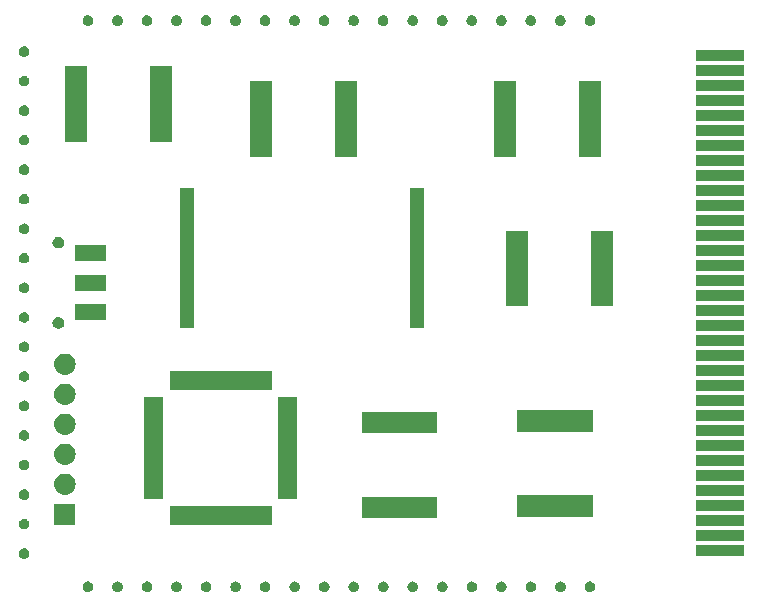
<source format=gts>
G04 #@! TF.GenerationSoftware,KiCad,Pcbnew,5.1.2-f72e74a~84~ubuntu16.04.1*
G04 #@! TF.CreationDate,2019-06-15T11:53:25+02:00*
G04 #@! TF.ProjectId,sakura,73616b75-7261-42e6-9b69-6361645f7063,2.1.2019*
G04 #@! TF.SameCoordinates,Original*
G04 #@! TF.FileFunction,Soldermask,Top*
G04 #@! TF.FilePolarity,Negative*
%FSLAX46Y46*%
G04 Gerber Fmt 4.6, Leading zero omitted, Abs format (unit mm)*
G04 Created by KiCad (PCBNEW 5.1.2-f72e74a~84~ubuntu16.04.1) date 2019-06-15 11:53:25*
%MOMM*%
%LPD*%
G04 APERTURE LIST*
%ADD10C,0.100000*%
G04 APERTURE END LIST*
D10*
G36*
X123065709Y-130237083D02*
G01*
X123147605Y-130271005D01*
X123221308Y-130320252D01*
X123283988Y-130382932D01*
X123333235Y-130456635D01*
X123367157Y-130538531D01*
X123384450Y-130625468D01*
X123384450Y-130714112D01*
X123367157Y-130801049D01*
X123333235Y-130882945D01*
X123283988Y-130956648D01*
X123221308Y-131019328D01*
X123147605Y-131068575D01*
X123065709Y-131102497D01*
X122978772Y-131119790D01*
X122890128Y-131119790D01*
X122803191Y-131102497D01*
X122721295Y-131068575D01*
X122647592Y-131019328D01*
X122584912Y-130956648D01*
X122535665Y-130882945D01*
X122501743Y-130801049D01*
X122484450Y-130714112D01*
X122484450Y-130625468D01*
X122501743Y-130538531D01*
X122518705Y-130497582D01*
X122535665Y-130456635D01*
X122584912Y-130382932D01*
X122647592Y-130320252D01*
X122721295Y-130271005D01*
X122803191Y-130237083D01*
X122890128Y-130219790D01*
X122978772Y-130219790D01*
X123065709Y-130237083D01*
X123065709Y-130237083D01*
G37*
G36*
X165565709Y-130237083D02*
G01*
X165647605Y-130271005D01*
X165721308Y-130320252D01*
X165783988Y-130382932D01*
X165833235Y-130456635D01*
X165867157Y-130538531D01*
X165884450Y-130625468D01*
X165884450Y-130714112D01*
X165867157Y-130801049D01*
X165833235Y-130882945D01*
X165783988Y-130956648D01*
X165721308Y-131019328D01*
X165647605Y-131068575D01*
X165565709Y-131102497D01*
X165478772Y-131119790D01*
X165390128Y-131119790D01*
X165303191Y-131102497D01*
X165221295Y-131068575D01*
X165147592Y-131019328D01*
X165084912Y-130956648D01*
X165035665Y-130882945D01*
X165001743Y-130801049D01*
X164984450Y-130714112D01*
X164984450Y-130625468D01*
X165001743Y-130538531D01*
X165018705Y-130497582D01*
X165035665Y-130456635D01*
X165084912Y-130382932D01*
X165147592Y-130320252D01*
X165221295Y-130271005D01*
X165303191Y-130237083D01*
X165390128Y-130219790D01*
X165478772Y-130219790D01*
X165565709Y-130237083D01*
X165565709Y-130237083D01*
G37*
G36*
X160565709Y-130237083D02*
G01*
X160647605Y-130271005D01*
X160721308Y-130320252D01*
X160783988Y-130382932D01*
X160833235Y-130456635D01*
X160867157Y-130538531D01*
X160884450Y-130625468D01*
X160884450Y-130714112D01*
X160867157Y-130801049D01*
X160833235Y-130882945D01*
X160783988Y-130956648D01*
X160721308Y-131019328D01*
X160647605Y-131068575D01*
X160565709Y-131102497D01*
X160478772Y-131119790D01*
X160390128Y-131119790D01*
X160303191Y-131102497D01*
X160221295Y-131068575D01*
X160147592Y-131019328D01*
X160084912Y-130956648D01*
X160035665Y-130882945D01*
X160001743Y-130801049D01*
X159984450Y-130714112D01*
X159984450Y-130625468D01*
X160001743Y-130538531D01*
X160018705Y-130497582D01*
X160035665Y-130456635D01*
X160084912Y-130382932D01*
X160147592Y-130320252D01*
X160221295Y-130271005D01*
X160303191Y-130237083D01*
X160390128Y-130219790D01*
X160478772Y-130219790D01*
X160565709Y-130237083D01*
X160565709Y-130237083D01*
G37*
G36*
X158065709Y-130237083D02*
G01*
X158147605Y-130271005D01*
X158221308Y-130320252D01*
X158283988Y-130382932D01*
X158333235Y-130456635D01*
X158367157Y-130538531D01*
X158384450Y-130625468D01*
X158384450Y-130714112D01*
X158367157Y-130801049D01*
X158333235Y-130882945D01*
X158283988Y-130956648D01*
X158221308Y-131019328D01*
X158147605Y-131068575D01*
X158065709Y-131102497D01*
X157978772Y-131119790D01*
X157890128Y-131119790D01*
X157803191Y-131102497D01*
X157721295Y-131068575D01*
X157647592Y-131019328D01*
X157584912Y-130956648D01*
X157535665Y-130882945D01*
X157501743Y-130801049D01*
X157484450Y-130714112D01*
X157484450Y-130625468D01*
X157501743Y-130538531D01*
X157518705Y-130497582D01*
X157535665Y-130456635D01*
X157584912Y-130382932D01*
X157647592Y-130320252D01*
X157721295Y-130271005D01*
X157803191Y-130237083D01*
X157890128Y-130219790D01*
X157978772Y-130219790D01*
X158065709Y-130237083D01*
X158065709Y-130237083D01*
G37*
G36*
X155565709Y-130237083D02*
G01*
X155647605Y-130271005D01*
X155721308Y-130320252D01*
X155783988Y-130382932D01*
X155833235Y-130456635D01*
X155867157Y-130538531D01*
X155884450Y-130625468D01*
X155884450Y-130714112D01*
X155867157Y-130801049D01*
X155833235Y-130882945D01*
X155783988Y-130956648D01*
X155721308Y-131019328D01*
X155647605Y-131068575D01*
X155565709Y-131102497D01*
X155478772Y-131119790D01*
X155390128Y-131119790D01*
X155303191Y-131102497D01*
X155221295Y-131068575D01*
X155147592Y-131019328D01*
X155084912Y-130956648D01*
X155035665Y-130882945D01*
X155001743Y-130801049D01*
X154984450Y-130714112D01*
X154984450Y-130625468D01*
X155001743Y-130538531D01*
X155018705Y-130497582D01*
X155035665Y-130456635D01*
X155084912Y-130382932D01*
X155147592Y-130320252D01*
X155221295Y-130271005D01*
X155303191Y-130237083D01*
X155390128Y-130219790D01*
X155478772Y-130219790D01*
X155565709Y-130237083D01*
X155565709Y-130237083D01*
G37*
G36*
X153065709Y-130237083D02*
G01*
X153147605Y-130271005D01*
X153221308Y-130320252D01*
X153283988Y-130382932D01*
X153333235Y-130456635D01*
X153367157Y-130538531D01*
X153384450Y-130625468D01*
X153384450Y-130714112D01*
X153367157Y-130801049D01*
X153333235Y-130882945D01*
X153283988Y-130956648D01*
X153221308Y-131019328D01*
X153147605Y-131068575D01*
X153065709Y-131102497D01*
X152978772Y-131119790D01*
X152890128Y-131119790D01*
X152803191Y-131102497D01*
X152721295Y-131068575D01*
X152647592Y-131019328D01*
X152584912Y-130956648D01*
X152535665Y-130882945D01*
X152501743Y-130801049D01*
X152484450Y-130714112D01*
X152484450Y-130625468D01*
X152501743Y-130538531D01*
X152518705Y-130497582D01*
X152535665Y-130456635D01*
X152584912Y-130382932D01*
X152647592Y-130320252D01*
X152721295Y-130271005D01*
X152803191Y-130237083D01*
X152890128Y-130219790D01*
X152978772Y-130219790D01*
X153065709Y-130237083D01*
X153065709Y-130237083D01*
G37*
G36*
X150565709Y-130237083D02*
G01*
X150647605Y-130271005D01*
X150721308Y-130320252D01*
X150783988Y-130382932D01*
X150833235Y-130456635D01*
X150867157Y-130538531D01*
X150884450Y-130625468D01*
X150884450Y-130714112D01*
X150867157Y-130801049D01*
X150833235Y-130882945D01*
X150783988Y-130956648D01*
X150721308Y-131019328D01*
X150647605Y-131068575D01*
X150565709Y-131102497D01*
X150478772Y-131119790D01*
X150390128Y-131119790D01*
X150303191Y-131102497D01*
X150221295Y-131068575D01*
X150147592Y-131019328D01*
X150084912Y-130956648D01*
X150035665Y-130882945D01*
X150001743Y-130801049D01*
X149984450Y-130714112D01*
X149984450Y-130625468D01*
X150001743Y-130538531D01*
X150018705Y-130497582D01*
X150035665Y-130456635D01*
X150084912Y-130382932D01*
X150147592Y-130320252D01*
X150221295Y-130271005D01*
X150303191Y-130237083D01*
X150390128Y-130219790D01*
X150478772Y-130219790D01*
X150565709Y-130237083D01*
X150565709Y-130237083D01*
G37*
G36*
X148065709Y-130237083D02*
G01*
X148147605Y-130271005D01*
X148221308Y-130320252D01*
X148283988Y-130382932D01*
X148333235Y-130456635D01*
X148367157Y-130538531D01*
X148384450Y-130625468D01*
X148384450Y-130714112D01*
X148367157Y-130801049D01*
X148333235Y-130882945D01*
X148283988Y-130956648D01*
X148221308Y-131019328D01*
X148147605Y-131068575D01*
X148065709Y-131102497D01*
X147978772Y-131119790D01*
X147890128Y-131119790D01*
X147803191Y-131102497D01*
X147721295Y-131068575D01*
X147647592Y-131019328D01*
X147584912Y-130956648D01*
X147535665Y-130882945D01*
X147501743Y-130801049D01*
X147484450Y-130714112D01*
X147484450Y-130625468D01*
X147501743Y-130538531D01*
X147518705Y-130497582D01*
X147535665Y-130456635D01*
X147584912Y-130382932D01*
X147647592Y-130320252D01*
X147721295Y-130271005D01*
X147803191Y-130237083D01*
X147890128Y-130219790D01*
X147978772Y-130219790D01*
X148065709Y-130237083D01*
X148065709Y-130237083D01*
G37*
G36*
X145565709Y-130237083D02*
G01*
X145647605Y-130271005D01*
X145721308Y-130320252D01*
X145783988Y-130382932D01*
X145833235Y-130456635D01*
X145867157Y-130538531D01*
X145884450Y-130625468D01*
X145884450Y-130714112D01*
X145867157Y-130801049D01*
X145833235Y-130882945D01*
X145783988Y-130956648D01*
X145721308Y-131019328D01*
X145647605Y-131068575D01*
X145565709Y-131102497D01*
X145478772Y-131119790D01*
X145390128Y-131119790D01*
X145303191Y-131102497D01*
X145221295Y-131068575D01*
X145147592Y-131019328D01*
X145084912Y-130956648D01*
X145035665Y-130882945D01*
X145001743Y-130801049D01*
X144984450Y-130714112D01*
X144984450Y-130625468D01*
X145001743Y-130538531D01*
X145018705Y-130497582D01*
X145035665Y-130456635D01*
X145084912Y-130382932D01*
X145147592Y-130320252D01*
X145221295Y-130271005D01*
X145303191Y-130237083D01*
X145390128Y-130219790D01*
X145478772Y-130219790D01*
X145565709Y-130237083D01*
X145565709Y-130237083D01*
G37*
G36*
X163065709Y-130237083D02*
G01*
X163147605Y-130271005D01*
X163221308Y-130320252D01*
X163283988Y-130382932D01*
X163333235Y-130456635D01*
X163367157Y-130538531D01*
X163384450Y-130625468D01*
X163384450Y-130714112D01*
X163367157Y-130801049D01*
X163333235Y-130882945D01*
X163283988Y-130956648D01*
X163221308Y-131019328D01*
X163147605Y-131068575D01*
X163065709Y-131102497D01*
X162978772Y-131119790D01*
X162890128Y-131119790D01*
X162803191Y-131102497D01*
X162721295Y-131068575D01*
X162647592Y-131019328D01*
X162584912Y-130956648D01*
X162535665Y-130882945D01*
X162501743Y-130801049D01*
X162484450Y-130714112D01*
X162484450Y-130625468D01*
X162501743Y-130538531D01*
X162518705Y-130497582D01*
X162535665Y-130456635D01*
X162584912Y-130382932D01*
X162647592Y-130320252D01*
X162721295Y-130271005D01*
X162803191Y-130237083D01*
X162890128Y-130219790D01*
X162978772Y-130219790D01*
X163065709Y-130237083D01*
X163065709Y-130237083D01*
G37*
G36*
X140565709Y-130237083D02*
G01*
X140647605Y-130271005D01*
X140721308Y-130320252D01*
X140783988Y-130382932D01*
X140833235Y-130456635D01*
X140867157Y-130538531D01*
X140884450Y-130625468D01*
X140884450Y-130714112D01*
X140867157Y-130801049D01*
X140833235Y-130882945D01*
X140783988Y-130956648D01*
X140721308Y-131019328D01*
X140647605Y-131068575D01*
X140565709Y-131102497D01*
X140478772Y-131119790D01*
X140390128Y-131119790D01*
X140303191Y-131102497D01*
X140221295Y-131068575D01*
X140147592Y-131019328D01*
X140084912Y-130956648D01*
X140035665Y-130882945D01*
X140001743Y-130801049D01*
X139984450Y-130714112D01*
X139984450Y-130625468D01*
X140001743Y-130538531D01*
X140018705Y-130497582D01*
X140035665Y-130456635D01*
X140084912Y-130382932D01*
X140147592Y-130320252D01*
X140221295Y-130271005D01*
X140303191Y-130237083D01*
X140390128Y-130219790D01*
X140478772Y-130219790D01*
X140565709Y-130237083D01*
X140565709Y-130237083D01*
G37*
G36*
X143065709Y-130237083D02*
G01*
X143147605Y-130271005D01*
X143221308Y-130320252D01*
X143283988Y-130382932D01*
X143333235Y-130456635D01*
X143367157Y-130538531D01*
X143384450Y-130625468D01*
X143384450Y-130714112D01*
X143367157Y-130801049D01*
X143333235Y-130882945D01*
X143283988Y-130956648D01*
X143221308Y-131019328D01*
X143147605Y-131068575D01*
X143065709Y-131102497D01*
X142978772Y-131119790D01*
X142890128Y-131119790D01*
X142803191Y-131102497D01*
X142721295Y-131068575D01*
X142647592Y-131019328D01*
X142584912Y-130956648D01*
X142535665Y-130882945D01*
X142501743Y-130801049D01*
X142484450Y-130714112D01*
X142484450Y-130625468D01*
X142501743Y-130538531D01*
X142518705Y-130497582D01*
X142535665Y-130456635D01*
X142584912Y-130382932D01*
X142647592Y-130320252D01*
X142721295Y-130271005D01*
X142803191Y-130237083D01*
X142890128Y-130219790D01*
X142978772Y-130219790D01*
X143065709Y-130237083D01*
X143065709Y-130237083D01*
G37*
G36*
X125565709Y-130237083D02*
G01*
X125647605Y-130271005D01*
X125721308Y-130320252D01*
X125783988Y-130382932D01*
X125833235Y-130456635D01*
X125867157Y-130538531D01*
X125884450Y-130625468D01*
X125884450Y-130714112D01*
X125867157Y-130801049D01*
X125833235Y-130882945D01*
X125783988Y-130956648D01*
X125721308Y-131019328D01*
X125647605Y-131068575D01*
X125565709Y-131102497D01*
X125478772Y-131119790D01*
X125390128Y-131119790D01*
X125303191Y-131102497D01*
X125221295Y-131068575D01*
X125147592Y-131019328D01*
X125084912Y-130956648D01*
X125035665Y-130882945D01*
X125001743Y-130801049D01*
X124984450Y-130714112D01*
X124984450Y-130625468D01*
X125001743Y-130538531D01*
X125018705Y-130497582D01*
X125035665Y-130456635D01*
X125084912Y-130382932D01*
X125147592Y-130320252D01*
X125221295Y-130271005D01*
X125303191Y-130237083D01*
X125390128Y-130219790D01*
X125478772Y-130219790D01*
X125565709Y-130237083D01*
X125565709Y-130237083D01*
G37*
G36*
X128065709Y-130237083D02*
G01*
X128147605Y-130271005D01*
X128221308Y-130320252D01*
X128283988Y-130382932D01*
X128333235Y-130456635D01*
X128367157Y-130538531D01*
X128384450Y-130625468D01*
X128384450Y-130714112D01*
X128367157Y-130801049D01*
X128333235Y-130882945D01*
X128283988Y-130956648D01*
X128221308Y-131019328D01*
X128147605Y-131068575D01*
X128065709Y-131102497D01*
X127978772Y-131119790D01*
X127890128Y-131119790D01*
X127803191Y-131102497D01*
X127721295Y-131068575D01*
X127647592Y-131019328D01*
X127584912Y-130956648D01*
X127535665Y-130882945D01*
X127501743Y-130801049D01*
X127484450Y-130714112D01*
X127484450Y-130625468D01*
X127501743Y-130538531D01*
X127518705Y-130497582D01*
X127535665Y-130456635D01*
X127584912Y-130382932D01*
X127647592Y-130320252D01*
X127721295Y-130271005D01*
X127803191Y-130237083D01*
X127890128Y-130219790D01*
X127978772Y-130219790D01*
X128065709Y-130237083D01*
X128065709Y-130237083D01*
G37*
G36*
X130565709Y-130237083D02*
G01*
X130647605Y-130271005D01*
X130721308Y-130320252D01*
X130783988Y-130382932D01*
X130833235Y-130456635D01*
X130867157Y-130538531D01*
X130884450Y-130625468D01*
X130884450Y-130714112D01*
X130867157Y-130801049D01*
X130833235Y-130882945D01*
X130783988Y-130956648D01*
X130721308Y-131019328D01*
X130647605Y-131068575D01*
X130565709Y-131102497D01*
X130478772Y-131119790D01*
X130390128Y-131119790D01*
X130303191Y-131102497D01*
X130221295Y-131068575D01*
X130147592Y-131019328D01*
X130084912Y-130956648D01*
X130035665Y-130882945D01*
X130001743Y-130801049D01*
X129984450Y-130714112D01*
X129984450Y-130625468D01*
X130001743Y-130538531D01*
X130018705Y-130497582D01*
X130035665Y-130456635D01*
X130084912Y-130382932D01*
X130147592Y-130320252D01*
X130221295Y-130271005D01*
X130303191Y-130237083D01*
X130390128Y-130219790D01*
X130478772Y-130219790D01*
X130565709Y-130237083D01*
X130565709Y-130237083D01*
G37*
G36*
X135565709Y-130237083D02*
G01*
X135647605Y-130271005D01*
X135721308Y-130320252D01*
X135783988Y-130382932D01*
X135833235Y-130456635D01*
X135867157Y-130538531D01*
X135884450Y-130625468D01*
X135884450Y-130714112D01*
X135867157Y-130801049D01*
X135833235Y-130882945D01*
X135783988Y-130956648D01*
X135721308Y-131019328D01*
X135647605Y-131068575D01*
X135565709Y-131102497D01*
X135478772Y-131119790D01*
X135390128Y-131119790D01*
X135303191Y-131102497D01*
X135221295Y-131068575D01*
X135147592Y-131019328D01*
X135084912Y-130956648D01*
X135035665Y-130882945D01*
X135001743Y-130801049D01*
X134984450Y-130714112D01*
X134984450Y-130625468D01*
X135001743Y-130538531D01*
X135018705Y-130497582D01*
X135035665Y-130456635D01*
X135084912Y-130382932D01*
X135147592Y-130320252D01*
X135221295Y-130271005D01*
X135303191Y-130237083D01*
X135390128Y-130219790D01*
X135478772Y-130219790D01*
X135565709Y-130237083D01*
X135565709Y-130237083D01*
G37*
G36*
X138065709Y-130237083D02*
G01*
X138147605Y-130271005D01*
X138221308Y-130320252D01*
X138283988Y-130382932D01*
X138333235Y-130456635D01*
X138367157Y-130538531D01*
X138384450Y-130625468D01*
X138384450Y-130714112D01*
X138367157Y-130801049D01*
X138333235Y-130882945D01*
X138283988Y-130956648D01*
X138221308Y-131019328D01*
X138147605Y-131068575D01*
X138065709Y-131102497D01*
X137978772Y-131119790D01*
X137890128Y-131119790D01*
X137803191Y-131102497D01*
X137721295Y-131068575D01*
X137647592Y-131019328D01*
X137584912Y-130956648D01*
X137535665Y-130882945D01*
X137501743Y-130801049D01*
X137484450Y-130714112D01*
X137484450Y-130625468D01*
X137501743Y-130538531D01*
X137518705Y-130497582D01*
X137535665Y-130456635D01*
X137584912Y-130382932D01*
X137647592Y-130320252D01*
X137721295Y-130271005D01*
X137803191Y-130237083D01*
X137890128Y-130219790D01*
X137978772Y-130219790D01*
X138065709Y-130237083D01*
X138065709Y-130237083D01*
G37*
G36*
X133065709Y-130237083D02*
G01*
X133147605Y-130271005D01*
X133221308Y-130320252D01*
X133283988Y-130382932D01*
X133333235Y-130456635D01*
X133367157Y-130538531D01*
X133384450Y-130625468D01*
X133384450Y-130714112D01*
X133367157Y-130801049D01*
X133333235Y-130882945D01*
X133283988Y-130956648D01*
X133221308Y-131019328D01*
X133147605Y-131068575D01*
X133065709Y-131102497D01*
X132978772Y-131119790D01*
X132890128Y-131119790D01*
X132803191Y-131102497D01*
X132721295Y-131068575D01*
X132647592Y-131019328D01*
X132584912Y-130956648D01*
X132535665Y-130882945D01*
X132501743Y-130801049D01*
X132484450Y-130714112D01*
X132484450Y-130625468D01*
X132501743Y-130538531D01*
X132518705Y-130497582D01*
X132535665Y-130456635D01*
X132584912Y-130382932D01*
X132647592Y-130320252D01*
X132721295Y-130271005D01*
X132803191Y-130237083D01*
X132890128Y-130219790D01*
X132978772Y-130219790D01*
X133065709Y-130237083D01*
X133065709Y-130237083D01*
G37*
G36*
X117655709Y-127427083D02*
G01*
X117696658Y-127444045D01*
X117737605Y-127461005D01*
X117811308Y-127510252D01*
X117873988Y-127572932D01*
X117923235Y-127646635D01*
X117940195Y-127687582D01*
X117957157Y-127728531D01*
X117974450Y-127815468D01*
X117974450Y-127904112D01*
X117957157Y-127991049D01*
X117923235Y-128072945D01*
X117873988Y-128146648D01*
X117811308Y-128209328D01*
X117737605Y-128258575D01*
X117696658Y-128275535D01*
X117655709Y-128292497D01*
X117568772Y-128309790D01*
X117480128Y-128309790D01*
X117393191Y-128292497D01*
X117352242Y-128275535D01*
X117311295Y-128258575D01*
X117237592Y-128209328D01*
X117174912Y-128146648D01*
X117125665Y-128072945D01*
X117108705Y-128031998D01*
X117091743Y-127991049D01*
X117074450Y-127904112D01*
X117074450Y-127815468D01*
X117091743Y-127728531D01*
X117108705Y-127687582D01*
X117125665Y-127646635D01*
X117174912Y-127572932D01*
X117237592Y-127510252D01*
X117311295Y-127461005D01*
X117352242Y-127444045D01*
X117393191Y-127427083D01*
X117480128Y-127409790D01*
X117568772Y-127409790D01*
X117655709Y-127427083D01*
X117655709Y-127427083D01*
G37*
G36*
X178514550Y-128043450D02*
G01*
X174414550Y-128043450D01*
X174414550Y-127143450D01*
X178514550Y-127143450D01*
X178514550Y-128043450D01*
X178514550Y-128043450D01*
G37*
G36*
X178514550Y-126773450D02*
G01*
X174414550Y-126773450D01*
X174414550Y-125873450D01*
X178514550Y-125873450D01*
X178514550Y-126773450D01*
X178514550Y-126773450D01*
G37*
G36*
X117655709Y-124927083D02*
G01*
X117696658Y-124944045D01*
X117737605Y-124961005D01*
X117811308Y-125010252D01*
X117873988Y-125072932D01*
X117923235Y-125146635D01*
X117940195Y-125187582D01*
X117957157Y-125228531D01*
X117974450Y-125315468D01*
X117974450Y-125404112D01*
X117957157Y-125491049D01*
X117952020Y-125503450D01*
X117923235Y-125572945D01*
X117873988Y-125646648D01*
X117811308Y-125709328D01*
X117737605Y-125758575D01*
X117696658Y-125775535D01*
X117655709Y-125792497D01*
X117568772Y-125809790D01*
X117480128Y-125809790D01*
X117393191Y-125792497D01*
X117352242Y-125775535D01*
X117311295Y-125758575D01*
X117237592Y-125709328D01*
X117174912Y-125646648D01*
X117125665Y-125572945D01*
X117096880Y-125503450D01*
X117091743Y-125491049D01*
X117074450Y-125404112D01*
X117074450Y-125315468D01*
X117091743Y-125228531D01*
X117108705Y-125187582D01*
X117125665Y-125146635D01*
X117174912Y-125072932D01*
X117237592Y-125010252D01*
X117311295Y-124961005D01*
X117352242Y-124944045D01*
X117393191Y-124927083D01*
X117480128Y-124909790D01*
X117568772Y-124909790D01*
X117655709Y-124927083D01*
X117655709Y-124927083D01*
G37*
G36*
X178514550Y-125503450D02*
G01*
X174414550Y-125503450D01*
X174414550Y-124603450D01*
X178514550Y-124603450D01*
X178514550Y-125503450D01*
X178514550Y-125503450D01*
G37*
G36*
X121874300Y-125449940D02*
G01*
X120074300Y-125449940D01*
X120074300Y-123649940D01*
X121874300Y-123649940D01*
X121874300Y-125449940D01*
X121874300Y-125449940D01*
G37*
G36*
X138489300Y-125419940D02*
G01*
X129839300Y-125419940D01*
X129839300Y-123819940D01*
X138489300Y-123819940D01*
X138489300Y-125419940D01*
X138489300Y-125419940D01*
G37*
G36*
X152504300Y-124894940D02*
G01*
X146104300Y-124894940D01*
X146104300Y-123044940D01*
X152504300Y-123044940D01*
X152504300Y-124894940D01*
X152504300Y-124894940D01*
G37*
G36*
X165684300Y-124764940D02*
G01*
X159284300Y-124764940D01*
X159284300Y-122914940D01*
X165684300Y-122914940D01*
X165684300Y-124764940D01*
X165684300Y-124764940D01*
G37*
G36*
X178514550Y-124233450D02*
G01*
X174414550Y-124233450D01*
X174414550Y-123333450D01*
X178514550Y-123333450D01*
X178514550Y-124233450D01*
X178514550Y-124233450D01*
G37*
G36*
X117655709Y-122427083D02*
G01*
X117737605Y-122461005D01*
X117811308Y-122510252D01*
X117873988Y-122572932D01*
X117923235Y-122646635D01*
X117924386Y-122649415D01*
X117957157Y-122728531D01*
X117974450Y-122815468D01*
X117974450Y-122904112D01*
X117957157Y-122991049D01*
X117923235Y-123072945D01*
X117873988Y-123146648D01*
X117811308Y-123209328D01*
X117737605Y-123258575D01*
X117655709Y-123292497D01*
X117568772Y-123309790D01*
X117480128Y-123309790D01*
X117393191Y-123292497D01*
X117311295Y-123258575D01*
X117237592Y-123209328D01*
X117174912Y-123146648D01*
X117125665Y-123072945D01*
X117091743Y-122991049D01*
X117074450Y-122904112D01*
X117074450Y-122815468D01*
X117091743Y-122728531D01*
X117124514Y-122649415D01*
X117125665Y-122646635D01*
X117174912Y-122572932D01*
X117237592Y-122510252D01*
X117311295Y-122461005D01*
X117393191Y-122427083D01*
X117480128Y-122409790D01*
X117568772Y-122409790D01*
X117655709Y-122427083D01*
X117655709Y-122427083D01*
G37*
G36*
X140664300Y-123244940D02*
G01*
X139064300Y-123244940D01*
X139064300Y-114594940D01*
X140664300Y-114594940D01*
X140664300Y-123244940D01*
X140664300Y-123244940D01*
G37*
G36*
X129264300Y-123244940D02*
G01*
X127664300Y-123244940D01*
X127664300Y-114594940D01*
X129264300Y-114594940D01*
X129264300Y-123244940D01*
X129264300Y-123244940D01*
G37*
G36*
X178514550Y-122963450D02*
G01*
X174414550Y-122963450D01*
X174414550Y-122063450D01*
X178514550Y-122063450D01*
X178514550Y-122963450D01*
X178514550Y-122963450D01*
G37*
G36*
X121150727Y-121122962D02*
G01*
X121150730Y-121122963D01*
X121150731Y-121122963D01*
X121320381Y-121174426D01*
X121320383Y-121174427D01*
X121320386Y-121174428D01*
X121476731Y-121257996D01*
X121613775Y-121370465D01*
X121726244Y-121507509D01*
X121809812Y-121663854D01*
X121861278Y-121833513D01*
X121878654Y-122009940D01*
X121861278Y-122186367D01*
X121809812Y-122356026D01*
X121726244Y-122512371D01*
X121613775Y-122649415D01*
X121476731Y-122761884D01*
X121320386Y-122845452D01*
X121320383Y-122845453D01*
X121320381Y-122845454D01*
X121150731Y-122896917D01*
X121150730Y-122896917D01*
X121150727Y-122896918D01*
X121018511Y-122909940D01*
X120930089Y-122909940D01*
X120797873Y-122896918D01*
X120797870Y-122896917D01*
X120797869Y-122896917D01*
X120628219Y-122845454D01*
X120628217Y-122845453D01*
X120628214Y-122845452D01*
X120471869Y-122761884D01*
X120334825Y-122649415D01*
X120222356Y-122512371D01*
X120138788Y-122356026D01*
X120087322Y-122186367D01*
X120069946Y-122009940D01*
X120087322Y-121833513D01*
X120138788Y-121663854D01*
X120222356Y-121507509D01*
X120334825Y-121370465D01*
X120471869Y-121257996D01*
X120628214Y-121174428D01*
X120628217Y-121174427D01*
X120628219Y-121174426D01*
X120797869Y-121122963D01*
X120797870Y-121122963D01*
X120797873Y-121122962D01*
X120930089Y-121109940D01*
X121018511Y-121109940D01*
X121150727Y-121122962D01*
X121150727Y-121122962D01*
G37*
G36*
X178514550Y-121693450D02*
G01*
X174414550Y-121693450D01*
X174414550Y-120793450D01*
X178514550Y-120793450D01*
X178514550Y-121693450D01*
X178514550Y-121693450D01*
G37*
G36*
X117655709Y-119927083D02*
G01*
X117737605Y-119961005D01*
X117811308Y-120010252D01*
X117873988Y-120072932D01*
X117923235Y-120146635D01*
X117957157Y-120228531D01*
X117974450Y-120315468D01*
X117974450Y-120404112D01*
X117957157Y-120491049D01*
X117940195Y-120531998D01*
X117923235Y-120572945D01*
X117873988Y-120646648D01*
X117811308Y-120709328D01*
X117737605Y-120758575D01*
X117655709Y-120792497D01*
X117568772Y-120809790D01*
X117480128Y-120809790D01*
X117393191Y-120792497D01*
X117311295Y-120758575D01*
X117237592Y-120709328D01*
X117174912Y-120646648D01*
X117125665Y-120572945D01*
X117108705Y-120531998D01*
X117091743Y-120491049D01*
X117074450Y-120404112D01*
X117074450Y-120315468D01*
X117091743Y-120228531D01*
X117125665Y-120146635D01*
X117174912Y-120072932D01*
X117237592Y-120010252D01*
X117311295Y-119961005D01*
X117393191Y-119927083D01*
X117480128Y-119909790D01*
X117568772Y-119909790D01*
X117655709Y-119927083D01*
X117655709Y-119927083D01*
G37*
G36*
X178514550Y-120423450D02*
G01*
X174414550Y-120423450D01*
X174414550Y-119523450D01*
X178514550Y-119523450D01*
X178514550Y-120423450D01*
X178514550Y-120423450D01*
G37*
G36*
X121150727Y-118582962D02*
G01*
X121150730Y-118582963D01*
X121150731Y-118582963D01*
X121320381Y-118634426D01*
X121320383Y-118634427D01*
X121320386Y-118634428D01*
X121476731Y-118717996D01*
X121613775Y-118830465D01*
X121726244Y-118967509D01*
X121809812Y-119123854D01*
X121809813Y-119123857D01*
X121809814Y-119123859D01*
X121861277Y-119293509D01*
X121861278Y-119293513D01*
X121878654Y-119469940D01*
X121861278Y-119646367D01*
X121809812Y-119816026D01*
X121726244Y-119972371D01*
X121613775Y-120109415D01*
X121476731Y-120221884D01*
X121320386Y-120305452D01*
X121320383Y-120305453D01*
X121320381Y-120305454D01*
X121150731Y-120356917D01*
X121150730Y-120356917D01*
X121150727Y-120356918D01*
X121018511Y-120369940D01*
X120930089Y-120369940D01*
X120797873Y-120356918D01*
X120797870Y-120356917D01*
X120797869Y-120356917D01*
X120628219Y-120305454D01*
X120628217Y-120305453D01*
X120628214Y-120305452D01*
X120471869Y-120221884D01*
X120334825Y-120109415D01*
X120222356Y-119972371D01*
X120138788Y-119816026D01*
X120087322Y-119646367D01*
X120069946Y-119469940D01*
X120087322Y-119293513D01*
X120087323Y-119293509D01*
X120138786Y-119123859D01*
X120138787Y-119123857D01*
X120138788Y-119123854D01*
X120222356Y-118967509D01*
X120334825Y-118830465D01*
X120471869Y-118717996D01*
X120628214Y-118634428D01*
X120628217Y-118634427D01*
X120628219Y-118634426D01*
X120797869Y-118582963D01*
X120797870Y-118582963D01*
X120797873Y-118582962D01*
X120930089Y-118569940D01*
X121018511Y-118569940D01*
X121150727Y-118582962D01*
X121150727Y-118582962D01*
G37*
G36*
X178514550Y-119153450D02*
G01*
X174414550Y-119153450D01*
X174414550Y-118253450D01*
X178514550Y-118253450D01*
X178514550Y-119153450D01*
X178514550Y-119153450D01*
G37*
G36*
X117655709Y-117427083D02*
G01*
X117696658Y-117444045D01*
X117737605Y-117461005D01*
X117811308Y-117510252D01*
X117873988Y-117572932D01*
X117923235Y-117646635D01*
X117937835Y-117681883D01*
X117957157Y-117728531D01*
X117974450Y-117815468D01*
X117974450Y-117904112D01*
X117957157Y-117991049D01*
X117940195Y-118031998D01*
X117923235Y-118072945D01*
X117873988Y-118146648D01*
X117811308Y-118209328D01*
X117737605Y-118258575D01*
X117696658Y-118275535D01*
X117655709Y-118292497D01*
X117568772Y-118309790D01*
X117480128Y-118309790D01*
X117393191Y-118292497D01*
X117352242Y-118275535D01*
X117311295Y-118258575D01*
X117237592Y-118209328D01*
X117174912Y-118146648D01*
X117125665Y-118072945D01*
X117108705Y-118031998D01*
X117091743Y-117991049D01*
X117074450Y-117904112D01*
X117074450Y-117815468D01*
X117091743Y-117728531D01*
X117111065Y-117681883D01*
X117125665Y-117646635D01*
X117174912Y-117572932D01*
X117237592Y-117510252D01*
X117311295Y-117461005D01*
X117352242Y-117444045D01*
X117393191Y-117427083D01*
X117480128Y-117409790D01*
X117568772Y-117409790D01*
X117655709Y-117427083D01*
X117655709Y-117427083D01*
G37*
G36*
X178514550Y-117883450D02*
G01*
X174414550Y-117883450D01*
X174414550Y-116983450D01*
X178514550Y-116983450D01*
X178514550Y-117883450D01*
X178514550Y-117883450D01*
G37*
G36*
X121150727Y-116042962D02*
G01*
X121150730Y-116042963D01*
X121150731Y-116042963D01*
X121320381Y-116094426D01*
X121320383Y-116094427D01*
X121320386Y-116094428D01*
X121476731Y-116177996D01*
X121613775Y-116290465D01*
X121726244Y-116427509D01*
X121809812Y-116583854D01*
X121861278Y-116753513D01*
X121878654Y-116929940D01*
X121861278Y-117106367D01*
X121809812Y-117276026D01*
X121726244Y-117432371D01*
X121613775Y-117569415D01*
X121476731Y-117681884D01*
X121320386Y-117765452D01*
X121320383Y-117765453D01*
X121320381Y-117765454D01*
X121150731Y-117816917D01*
X121150730Y-117816917D01*
X121150727Y-117816918D01*
X121018511Y-117829940D01*
X120930089Y-117829940D01*
X120797873Y-117816918D01*
X120797870Y-117816917D01*
X120797869Y-117816917D01*
X120628219Y-117765454D01*
X120628217Y-117765453D01*
X120628214Y-117765452D01*
X120471869Y-117681884D01*
X120334825Y-117569415D01*
X120222356Y-117432371D01*
X120138788Y-117276026D01*
X120087322Y-117106367D01*
X120069946Y-116929940D01*
X120087322Y-116753513D01*
X120138788Y-116583854D01*
X120222356Y-116427509D01*
X120334825Y-116290465D01*
X120471869Y-116177996D01*
X120628214Y-116094428D01*
X120628217Y-116094427D01*
X120628219Y-116094426D01*
X120797869Y-116042963D01*
X120797870Y-116042963D01*
X120797873Y-116042962D01*
X120930089Y-116029940D01*
X121018511Y-116029940D01*
X121150727Y-116042962D01*
X121150727Y-116042962D01*
G37*
G36*
X152504300Y-117694940D02*
G01*
X146104300Y-117694940D01*
X146104300Y-115844940D01*
X152504300Y-115844940D01*
X152504300Y-117694940D01*
X152504300Y-117694940D01*
G37*
G36*
X165684300Y-117564940D02*
G01*
X159284300Y-117564940D01*
X159284300Y-115714940D01*
X165684300Y-115714940D01*
X165684300Y-117564940D01*
X165684300Y-117564940D01*
G37*
G36*
X178514550Y-116613450D02*
G01*
X174414550Y-116613450D01*
X174414550Y-115713450D01*
X178514550Y-115713450D01*
X178514550Y-116613450D01*
X178514550Y-116613450D01*
G37*
G36*
X117655709Y-114927083D02*
G01*
X117737605Y-114961005D01*
X117811308Y-115010252D01*
X117873988Y-115072932D01*
X117923235Y-115146635D01*
X117957157Y-115228531D01*
X117974450Y-115315468D01*
X117974450Y-115404112D01*
X117957157Y-115491049D01*
X117940195Y-115531998D01*
X117923235Y-115572945D01*
X117873988Y-115646648D01*
X117811308Y-115709328D01*
X117737605Y-115758575D01*
X117655709Y-115792497D01*
X117568772Y-115809790D01*
X117480128Y-115809790D01*
X117393191Y-115792497D01*
X117311295Y-115758575D01*
X117237592Y-115709328D01*
X117174912Y-115646648D01*
X117125665Y-115572945D01*
X117108705Y-115531998D01*
X117091743Y-115491049D01*
X117074450Y-115404112D01*
X117074450Y-115315468D01*
X117091743Y-115228531D01*
X117125665Y-115146635D01*
X117174912Y-115072932D01*
X117237592Y-115010252D01*
X117311295Y-114961005D01*
X117393191Y-114927083D01*
X117480128Y-114909790D01*
X117568772Y-114909790D01*
X117655709Y-114927083D01*
X117655709Y-114927083D01*
G37*
G36*
X178514550Y-115343450D02*
G01*
X174414550Y-115343450D01*
X174414550Y-114443450D01*
X178514550Y-114443450D01*
X178514550Y-115343450D01*
X178514550Y-115343450D01*
G37*
G36*
X121150727Y-113502962D02*
G01*
X121150730Y-113502963D01*
X121150731Y-113502963D01*
X121320381Y-113554426D01*
X121320383Y-113554427D01*
X121320386Y-113554428D01*
X121476731Y-113637996D01*
X121613775Y-113750465D01*
X121726244Y-113887509D01*
X121809812Y-114043854D01*
X121861278Y-114213513D01*
X121878654Y-114389940D01*
X121861278Y-114566367D01*
X121861277Y-114566370D01*
X121861277Y-114566371D01*
X121852611Y-114594940D01*
X121809812Y-114736026D01*
X121726244Y-114892371D01*
X121613775Y-115029415D01*
X121476731Y-115141884D01*
X121320386Y-115225452D01*
X121320383Y-115225453D01*
X121320381Y-115225454D01*
X121150731Y-115276917D01*
X121150730Y-115276917D01*
X121150727Y-115276918D01*
X121018511Y-115289940D01*
X120930089Y-115289940D01*
X120797873Y-115276918D01*
X120797870Y-115276917D01*
X120797869Y-115276917D01*
X120628219Y-115225454D01*
X120628217Y-115225453D01*
X120628214Y-115225452D01*
X120471869Y-115141884D01*
X120334825Y-115029415D01*
X120222356Y-114892371D01*
X120138788Y-114736026D01*
X120095990Y-114594940D01*
X120087323Y-114566371D01*
X120087323Y-114566370D01*
X120087322Y-114566367D01*
X120069946Y-114389940D01*
X120087322Y-114213513D01*
X120138788Y-114043854D01*
X120222356Y-113887509D01*
X120334825Y-113750465D01*
X120471869Y-113637996D01*
X120628214Y-113554428D01*
X120628217Y-113554427D01*
X120628219Y-113554426D01*
X120797869Y-113502963D01*
X120797870Y-113502963D01*
X120797873Y-113502962D01*
X120930089Y-113489940D01*
X121018511Y-113489940D01*
X121150727Y-113502962D01*
X121150727Y-113502962D01*
G37*
G36*
X178514550Y-114073450D02*
G01*
X174414550Y-114073450D01*
X174414550Y-113173450D01*
X178514550Y-113173450D01*
X178514550Y-114073450D01*
X178514550Y-114073450D01*
G37*
G36*
X138489300Y-114019940D02*
G01*
X129839300Y-114019940D01*
X129839300Y-112419940D01*
X138489300Y-112419940D01*
X138489300Y-114019940D01*
X138489300Y-114019940D01*
G37*
G36*
X117655709Y-112427083D02*
G01*
X117737605Y-112461005D01*
X117811308Y-112510252D01*
X117873988Y-112572932D01*
X117923235Y-112646635D01*
X117939313Y-112685452D01*
X117957157Y-112728531D01*
X117974450Y-112815468D01*
X117974450Y-112904112D01*
X117957157Y-112991049D01*
X117923235Y-113072945D01*
X117873988Y-113146648D01*
X117811308Y-113209328D01*
X117737605Y-113258575D01*
X117696658Y-113275535D01*
X117655709Y-113292497D01*
X117568772Y-113309790D01*
X117480128Y-113309790D01*
X117393191Y-113292497D01*
X117352242Y-113275535D01*
X117311295Y-113258575D01*
X117237592Y-113209328D01*
X117174912Y-113146648D01*
X117125665Y-113072945D01*
X117091743Y-112991049D01*
X117074450Y-112904112D01*
X117074450Y-112815468D01*
X117091743Y-112728531D01*
X117109587Y-112685452D01*
X117125665Y-112646635D01*
X117174912Y-112572932D01*
X117237592Y-112510252D01*
X117311295Y-112461005D01*
X117393191Y-112427083D01*
X117480128Y-112409790D01*
X117568772Y-112409790D01*
X117655709Y-112427083D01*
X117655709Y-112427083D01*
G37*
G36*
X178514550Y-112803450D02*
G01*
X174414550Y-112803450D01*
X174414550Y-111903450D01*
X178514550Y-111903450D01*
X178514550Y-112803450D01*
X178514550Y-112803450D01*
G37*
G36*
X121150727Y-110962962D02*
G01*
X121150730Y-110962963D01*
X121150731Y-110962963D01*
X121320381Y-111014426D01*
X121320383Y-111014427D01*
X121320386Y-111014428D01*
X121476731Y-111097996D01*
X121613775Y-111210465D01*
X121726244Y-111347509D01*
X121809812Y-111503854D01*
X121861278Y-111673513D01*
X121878654Y-111849940D01*
X121861278Y-112026367D01*
X121809812Y-112196026D01*
X121726244Y-112352371D01*
X121613775Y-112489415D01*
X121476731Y-112601884D01*
X121320386Y-112685452D01*
X121320383Y-112685453D01*
X121320381Y-112685454D01*
X121150731Y-112736917D01*
X121150730Y-112736917D01*
X121150727Y-112736918D01*
X121018511Y-112749940D01*
X120930089Y-112749940D01*
X120797873Y-112736918D01*
X120797870Y-112736917D01*
X120797869Y-112736917D01*
X120628219Y-112685454D01*
X120628217Y-112685453D01*
X120628214Y-112685452D01*
X120471869Y-112601884D01*
X120334825Y-112489415D01*
X120222356Y-112352371D01*
X120138788Y-112196026D01*
X120087322Y-112026367D01*
X120069946Y-111849940D01*
X120087322Y-111673513D01*
X120138788Y-111503854D01*
X120222356Y-111347509D01*
X120334825Y-111210465D01*
X120471869Y-111097996D01*
X120628214Y-111014428D01*
X120628217Y-111014427D01*
X120628219Y-111014426D01*
X120797869Y-110962963D01*
X120797870Y-110962963D01*
X120797873Y-110962962D01*
X120930089Y-110949940D01*
X121018511Y-110949940D01*
X121150727Y-110962962D01*
X121150727Y-110962962D01*
G37*
G36*
X178514550Y-111533450D02*
G01*
X174414550Y-111533450D01*
X174414550Y-110633450D01*
X178514550Y-110633450D01*
X178514550Y-111533450D01*
X178514550Y-111533450D01*
G37*
G36*
X117655709Y-109927083D02*
G01*
X117696658Y-109944045D01*
X117737605Y-109961005D01*
X117811308Y-110010252D01*
X117873988Y-110072932D01*
X117923235Y-110146635D01*
X117957157Y-110228531D01*
X117974450Y-110315468D01*
X117974450Y-110404112D01*
X117957157Y-110491049D01*
X117923235Y-110572945D01*
X117873988Y-110646648D01*
X117811308Y-110709328D01*
X117737605Y-110758575D01*
X117655709Y-110792497D01*
X117568772Y-110809790D01*
X117480128Y-110809790D01*
X117393191Y-110792497D01*
X117352242Y-110775535D01*
X117311295Y-110758575D01*
X117237592Y-110709328D01*
X117174912Y-110646648D01*
X117125665Y-110572945D01*
X117091743Y-110491049D01*
X117074450Y-110404112D01*
X117074450Y-110315468D01*
X117091743Y-110228531D01*
X117125665Y-110146635D01*
X117174912Y-110072932D01*
X117237592Y-110010252D01*
X117311295Y-109961005D01*
X117393191Y-109927083D01*
X117480128Y-109909790D01*
X117568772Y-109909790D01*
X117655709Y-109927083D01*
X117655709Y-109927083D01*
G37*
G36*
X178514550Y-110263450D02*
G01*
X174414550Y-110263450D01*
X174414550Y-109363450D01*
X178514550Y-109363450D01*
X178514550Y-110263450D01*
X178514550Y-110263450D01*
G37*
G36*
X178514550Y-108993450D02*
G01*
X174414550Y-108993450D01*
X174414550Y-108093450D01*
X178514550Y-108093450D01*
X178514550Y-108993450D01*
X178514550Y-108993450D01*
G37*
G36*
X120566293Y-107851004D02*
G01*
X120566296Y-107851005D01*
X120566295Y-107851005D01*
X120657289Y-107888696D01*
X120739181Y-107943415D01*
X120808825Y-108013059D01*
X120848841Y-108072946D01*
X120863545Y-108094953D01*
X120901236Y-108185947D01*
X120920450Y-108282543D01*
X120920450Y-108381037D01*
X120901236Y-108477633D01*
X120901235Y-108477635D01*
X120863544Y-108568629D01*
X120808825Y-108650521D01*
X120739181Y-108720165D01*
X120657289Y-108774884D01*
X120657288Y-108774885D01*
X120657287Y-108774885D01*
X120566293Y-108812576D01*
X120469697Y-108831790D01*
X120371203Y-108831790D01*
X120274607Y-108812576D01*
X120183613Y-108774885D01*
X120183612Y-108774885D01*
X120183611Y-108774884D01*
X120101719Y-108720165D01*
X120032075Y-108650521D01*
X119977356Y-108568629D01*
X119939665Y-108477635D01*
X119939664Y-108477633D01*
X119920450Y-108381037D01*
X119920450Y-108282543D01*
X119939664Y-108185947D01*
X119977355Y-108094953D01*
X119992060Y-108072946D01*
X120032075Y-108013059D01*
X120101719Y-107943415D01*
X120183611Y-107888696D01*
X120274605Y-107851005D01*
X120274604Y-107851005D01*
X120274607Y-107851004D01*
X120371203Y-107831790D01*
X120469697Y-107831790D01*
X120566293Y-107851004D01*
X120566293Y-107851004D01*
G37*
G36*
X151394300Y-108804940D02*
G01*
X150194300Y-108804940D01*
X150194300Y-96954940D01*
X151394300Y-96954940D01*
X151394300Y-108804940D01*
X151394300Y-108804940D01*
G37*
G36*
X131894300Y-108804940D02*
G01*
X130694300Y-108804940D01*
X130694300Y-96954940D01*
X131894300Y-96954940D01*
X131894300Y-108804940D01*
X131894300Y-108804940D01*
G37*
G36*
X117655709Y-107427083D02*
G01*
X117737605Y-107461005D01*
X117811308Y-107510252D01*
X117873988Y-107572932D01*
X117923235Y-107646635D01*
X117957157Y-107728531D01*
X117974450Y-107815468D01*
X117974450Y-107904112D01*
X117957157Y-107991049D01*
X117923235Y-108072945D01*
X117873988Y-108146648D01*
X117811308Y-108209328D01*
X117737605Y-108258575D01*
X117696658Y-108275535D01*
X117655709Y-108292497D01*
X117568772Y-108309790D01*
X117480128Y-108309790D01*
X117393191Y-108292497D01*
X117352242Y-108275535D01*
X117311295Y-108258575D01*
X117237592Y-108209328D01*
X117174912Y-108146648D01*
X117125665Y-108072945D01*
X117108705Y-108031998D01*
X117091743Y-107991049D01*
X117074450Y-107904112D01*
X117074450Y-107815468D01*
X117091743Y-107728531D01*
X117125665Y-107646635D01*
X117174912Y-107572932D01*
X117237592Y-107510252D01*
X117311295Y-107461005D01*
X117393191Y-107427083D01*
X117480128Y-107409790D01*
X117568772Y-107409790D01*
X117655709Y-107427083D01*
X117655709Y-107427083D01*
G37*
G36*
X124470450Y-108106790D02*
G01*
X121870450Y-108106790D01*
X121870450Y-106756790D01*
X124470450Y-106756790D01*
X124470450Y-108106790D01*
X124470450Y-108106790D01*
G37*
G36*
X178514550Y-107723450D02*
G01*
X174414550Y-107723450D01*
X174414550Y-106823450D01*
X178514550Y-106823450D01*
X178514550Y-107723450D01*
X178514550Y-107723450D01*
G37*
G36*
X160199300Y-106929940D02*
G01*
X158349300Y-106929940D01*
X158349300Y-100529940D01*
X160199300Y-100529940D01*
X160199300Y-106929940D01*
X160199300Y-106929940D01*
G37*
G36*
X167399300Y-106929940D02*
G01*
X165549300Y-106929940D01*
X165549300Y-100529940D01*
X167399300Y-100529940D01*
X167399300Y-106929940D01*
X167399300Y-106929940D01*
G37*
G36*
X178514550Y-106453450D02*
G01*
X174414550Y-106453450D01*
X174414550Y-105553450D01*
X178514550Y-105553450D01*
X178514550Y-106453450D01*
X178514550Y-106453450D01*
G37*
G36*
X117655709Y-104927083D02*
G01*
X117737605Y-104961005D01*
X117811308Y-105010252D01*
X117873988Y-105072932D01*
X117923235Y-105146635D01*
X117938484Y-105183450D01*
X117957157Y-105228531D01*
X117974450Y-105315468D01*
X117974450Y-105404112D01*
X117957157Y-105491049D01*
X117940195Y-105531998D01*
X117923235Y-105572945D01*
X117873988Y-105646648D01*
X117811308Y-105709328D01*
X117737605Y-105758575D01*
X117696658Y-105775535D01*
X117655709Y-105792497D01*
X117568772Y-105809790D01*
X117480128Y-105809790D01*
X117393191Y-105792497D01*
X117311295Y-105758575D01*
X117237592Y-105709328D01*
X117174912Y-105646648D01*
X117125665Y-105572945D01*
X117108705Y-105531998D01*
X117091743Y-105491049D01*
X117074450Y-105404112D01*
X117074450Y-105315468D01*
X117091743Y-105228531D01*
X117110416Y-105183450D01*
X117125665Y-105146635D01*
X117174912Y-105072932D01*
X117237592Y-105010252D01*
X117311295Y-104961005D01*
X117393191Y-104927083D01*
X117480128Y-104909790D01*
X117568772Y-104909790D01*
X117655709Y-104927083D01*
X117655709Y-104927083D01*
G37*
G36*
X124470450Y-105606790D02*
G01*
X121870450Y-105606790D01*
X121870450Y-104256790D01*
X124470450Y-104256790D01*
X124470450Y-105606790D01*
X124470450Y-105606790D01*
G37*
G36*
X178514550Y-105183450D02*
G01*
X174414550Y-105183450D01*
X174414550Y-104283450D01*
X178514550Y-104283450D01*
X178514550Y-105183450D01*
X178514550Y-105183450D01*
G37*
G36*
X178514550Y-103913450D02*
G01*
X174414550Y-103913450D01*
X174414550Y-103013450D01*
X178514550Y-103013450D01*
X178514550Y-103913450D01*
X178514550Y-103913450D01*
G37*
G36*
X117655709Y-102427083D02*
G01*
X117696658Y-102444045D01*
X117737605Y-102461005D01*
X117811308Y-102510252D01*
X117873988Y-102572932D01*
X117923235Y-102646635D01*
X117940195Y-102687582D01*
X117957157Y-102728531D01*
X117974450Y-102815468D01*
X117974450Y-102904112D01*
X117957157Y-102991049D01*
X117947878Y-103013450D01*
X117923235Y-103072945D01*
X117873988Y-103146648D01*
X117811308Y-103209328D01*
X117737605Y-103258575D01*
X117655709Y-103292497D01*
X117568772Y-103309790D01*
X117480128Y-103309790D01*
X117393191Y-103292497D01*
X117352242Y-103275535D01*
X117311295Y-103258575D01*
X117237592Y-103209328D01*
X117174912Y-103146648D01*
X117125665Y-103072945D01*
X117101022Y-103013450D01*
X117091743Y-102991049D01*
X117074450Y-102904112D01*
X117074450Y-102815468D01*
X117091743Y-102728531D01*
X117108705Y-102687582D01*
X117125665Y-102646635D01*
X117174912Y-102572932D01*
X117237592Y-102510252D01*
X117311295Y-102461005D01*
X117352242Y-102444045D01*
X117393191Y-102427083D01*
X117480128Y-102409790D01*
X117568772Y-102409790D01*
X117655709Y-102427083D01*
X117655709Y-102427083D01*
G37*
G36*
X124470450Y-103106790D02*
G01*
X121870450Y-103106790D01*
X121870450Y-101756790D01*
X124470450Y-101756790D01*
X124470450Y-103106790D01*
X124470450Y-103106790D01*
G37*
G36*
X178514550Y-102643450D02*
G01*
X174414550Y-102643450D01*
X174414550Y-101743450D01*
X178514550Y-101743450D01*
X178514550Y-102643450D01*
X178514550Y-102643450D01*
G37*
G36*
X120566293Y-101051004D02*
G01*
X120657287Y-101088695D01*
X120657289Y-101088696D01*
X120698513Y-101116241D01*
X120739180Y-101143414D01*
X120808826Y-101213060D01*
X120863545Y-101294953D01*
X120901236Y-101385947D01*
X120920450Y-101482543D01*
X120920450Y-101581037D01*
X120901236Y-101677633D01*
X120868448Y-101756790D01*
X120863544Y-101768629D01*
X120808825Y-101850521D01*
X120739181Y-101920165D01*
X120657289Y-101974884D01*
X120657288Y-101974885D01*
X120657287Y-101974885D01*
X120566293Y-102012576D01*
X120469697Y-102031790D01*
X120371203Y-102031790D01*
X120274607Y-102012576D01*
X120183613Y-101974885D01*
X120183612Y-101974885D01*
X120183611Y-101974884D01*
X120101719Y-101920165D01*
X120032075Y-101850521D01*
X119977356Y-101768629D01*
X119972452Y-101756790D01*
X119939664Y-101677633D01*
X119920450Y-101581037D01*
X119920450Y-101482543D01*
X119939664Y-101385947D01*
X119977355Y-101294953D01*
X120032074Y-101213060D01*
X120101720Y-101143414D01*
X120142387Y-101116241D01*
X120183611Y-101088696D01*
X120183613Y-101088695D01*
X120274607Y-101051004D01*
X120371203Y-101031790D01*
X120469697Y-101031790D01*
X120566293Y-101051004D01*
X120566293Y-101051004D01*
G37*
G36*
X178514550Y-101373450D02*
G01*
X174414550Y-101373450D01*
X174414550Y-100473450D01*
X178514550Y-100473450D01*
X178514550Y-101373450D01*
X178514550Y-101373450D01*
G37*
G36*
X117655709Y-99927083D02*
G01*
X117737605Y-99961005D01*
X117811308Y-100010252D01*
X117873988Y-100072932D01*
X117923235Y-100146635D01*
X117940195Y-100187582D01*
X117957157Y-100228531D01*
X117974450Y-100315468D01*
X117974450Y-100404112D01*
X117957157Y-100491049D01*
X117941048Y-100529940D01*
X117923235Y-100572945D01*
X117873988Y-100646648D01*
X117811308Y-100709328D01*
X117737605Y-100758575D01*
X117655709Y-100792497D01*
X117568772Y-100809790D01*
X117480128Y-100809790D01*
X117393191Y-100792497D01*
X117311295Y-100758575D01*
X117237592Y-100709328D01*
X117174912Y-100646648D01*
X117125665Y-100572945D01*
X117107852Y-100529940D01*
X117091743Y-100491049D01*
X117074450Y-100404112D01*
X117074450Y-100315468D01*
X117091743Y-100228531D01*
X117108705Y-100187582D01*
X117125665Y-100146635D01*
X117174912Y-100072932D01*
X117237592Y-100010252D01*
X117311295Y-99961005D01*
X117352242Y-99944045D01*
X117393191Y-99927083D01*
X117480128Y-99909790D01*
X117568772Y-99909790D01*
X117655709Y-99927083D01*
X117655709Y-99927083D01*
G37*
G36*
X178514550Y-100103450D02*
G01*
X174414550Y-100103450D01*
X174414550Y-99203450D01*
X178514550Y-99203450D01*
X178514550Y-100103450D01*
X178514550Y-100103450D01*
G37*
G36*
X178514550Y-98833450D02*
G01*
X174414550Y-98833450D01*
X174414550Y-97933450D01*
X178514550Y-97933450D01*
X178514550Y-98833450D01*
X178514550Y-98833450D01*
G37*
G36*
X117655709Y-97427083D02*
G01*
X117696658Y-97444045D01*
X117737605Y-97461005D01*
X117811308Y-97510252D01*
X117873988Y-97572932D01*
X117923235Y-97646635D01*
X117957157Y-97728531D01*
X117974450Y-97815468D01*
X117974450Y-97904112D01*
X117957157Y-97991049D01*
X117923235Y-98072945D01*
X117873988Y-98146648D01*
X117811308Y-98209328D01*
X117737605Y-98258575D01*
X117655709Y-98292497D01*
X117568772Y-98309790D01*
X117480128Y-98309790D01*
X117393191Y-98292497D01*
X117311295Y-98258575D01*
X117237592Y-98209328D01*
X117174912Y-98146648D01*
X117125665Y-98072945D01*
X117091743Y-97991049D01*
X117074450Y-97904112D01*
X117074450Y-97815468D01*
X117091743Y-97728531D01*
X117108705Y-97687582D01*
X117125665Y-97646635D01*
X117174912Y-97572932D01*
X117237592Y-97510252D01*
X117311295Y-97461005D01*
X117352242Y-97444045D01*
X117393191Y-97427083D01*
X117480128Y-97409790D01*
X117568772Y-97409790D01*
X117655709Y-97427083D01*
X117655709Y-97427083D01*
G37*
G36*
X178514550Y-97563450D02*
G01*
X174414550Y-97563450D01*
X174414550Y-96663450D01*
X178514550Y-96663450D01*
X178514550Y-97563450D01*
X178514550Y-97563450D01*
G37*
G36*
X178514550Y-96293450D02*
G01*
X174414550Y-96293450D01*
X174414550Y-95393450D01*
X178514550Y-95393450D01*
X178514550Y-96293450D01*
X178514550Y-96293450D01*
G37*
G36*
X117655709Y-94927083D02*
G01*
X117737605Y-94961005D01*
X117811308Y-95010252D01*
X117873988Y-95072932D01*
X117923235Y-95146635D01*
X117940195Y-95187582D01*
X117957157Y-95228531D01*
X117974450Y-95315468D01*
X117974450Y-95404112D01*
X117957157Y-95491049D01*
X117923235Y-95572945D01*
X117873988Y-95646648D01*
X117811308Y-95709328D01*
X117737605Y-95758575D01*
X117696658Y-95775535D01*
X117655709Y-95792497D01*
X117568772Y-95809790D01*
X117480128Y-95809790D01*
X117393191Y-95792497D01*
X117311295Y-95758575D01*
X117237592Y-95709328D01*
X117174912Y-95646648D01*
X117125665Y-95572945D01*
X117091743Y-95491049D01*
X117074450Y-95404112D01*
X117074450Y-95315468D01*
X117091743Y-95228531D01*
X117108705Y-95187582D01*
X117125665Y-95146635D01*
X117174912Y-95072932D01*
X117237592Y-95010252D01*
X117311295Y-94961005D01*
X117393191Y-94927083D01*
X117480128Y-94909790D01*
X117568772Y-94909790D01*
X117655709Y-94927083D01*
X117655709Y-94927083D01*
G37*
G36*
X178514550Y-95023450D02*
G01*
X174414550Y-95023450D01*
X174414550Y-94123450D01*
X178514550Y-94123450D01*
X178514550Y-95023450D01*
X178514550Y-95023450D01*
G37*
G36*
X138479300Y-94279940D02*
G01*
X136629300Y-94279940D01*
X136629300Y-87879940D01*
X138479300Y-87879940D01*
X138479300Y-94279940D01*
X138479300Y-94279940D01*
G37*
G36*
X145679300Y-94279940D02*
G01*
X143829300Y-94279940D01*
X143829300Y-87879940D01*
X145679300Y-87879940D01*
X145679300Y-94279940D01*
X145679300Y-94279940D01*
G37*
G36*
X159159300Y-94279940D02*
G01*
X157309300Y-94279940D01*
X157309300Y-87879940D01*
X159159300Y-87879940D01*
X159159300Y-94279940D01*
X159159300Y-94279940D01*
G37*
G36*
X166359300Y-94279940D02*
G01*
X164509300Y-94279940D01*
X164509300Y-87879940D01*
X166359300Y-87879940D01*
X166359300Y-94279940D01*
X166359300Y-94279940D01*
G37*
G36*
X178514550Y-93753450D02*
G01*
X174414550Y-93753450D01*
X174414550Y-92853450D01*
X178514550Y-92853450D01*
X178514550Y-93753450D01*
X178514550Y-93753450D01*
G37*
G36*
X117655709Y-92427083D02*
G01*
X117686748Y-92439940D01*
X117737605Y-92461005D01*
X117811308Y-92510252D01*
X117873988Y-92572932D01*
X117923235Y-92646635D01*
X117957157Y-92728531D01*
X117974450Y-92815468D01*
X117974450Y-92904112D01*
X117957157Y-92991049D01*
X117940195Y-93031998D01*
X117923235Y-93072945D01*
X117873988Y-93146648D01*
X117811308Y-93209328D01*
X117737605Y-93258575D01*
X117655709Y-93292497D01*
X117568772Y-93309790D01*
X117480128Y-93309790D01*
X117393191Y-93292497D01*
X117311295Y-93258575D01*
X117237592Y-93209328D01*
X117174912Y-93146648D01*
X117125665Y-93072945D01*
X117091743Y-92991049D01*
X117074450Y-92904112D01*
X117074450Y-92815468D01*
X117091743Y-92728531D01*
X117125665Y-92646635D01*
X117174912Y-92572932D01*
X117237592Y-92510252D01*
X117311295Y-92461005D01*
X117362152Y-92439940D01*
X117393191Y-92427083D01*
X117480128Y-92409790D01*
X117568772Y-92409790D01*
X117655709Y-92427083D01*
X117655709Y-92427083D01*
G37*
G36*
X130009300Y-92989940D02*
G01*
X128159300Y-92989940D01*
X128159300Y-86589940D01*
X130009300Y-86589940D01*
X130009300Y-92989940D01*
X130009300Y-92989940D01*
G37*
G36*
X122809300Y-92989940D02*
G01*
X120959300Y-92989940D01*
X120959300Y-86589940D01*
X122809300Y-86589940D01*
X122809300Y-92989940D01*
X122809300Y-92989940D01*
G37*
G36*
X178514550Y-92483450D02*
G01*
X174414550Y-92483450D01*
X174414550Y-91583450D01*
X178514550Y-91583450D01*
X178514550Y-92483450D01*
X178514550Y-92483450D01*
G37*
G36*
X178514550Y-91213450D02*
G01*
X174414550Y-91213450D01*
X174414550Y-90313450D01*
X178514550Y-90313450D01*
X178514550Y-91213450D01*
X178514550Y-91213450D01*
G37*
G36*
X117655709Y-89927083D02*
G01*
X117695222Y-89943450D01*
X117737605Y-89961005D01*
X117811308Y-90010252D01*
X117873988Y-90072932D01*
X117923235Y-90146635D01*
X117940195Y-90187582D01*
X117957157Y-90228531D01*
X117974450Y-90315468D01*
X117974450Y-90404112D01*
X117957157Y-90491049D01*
X117940195Y-90531998D01*
X117923235Y-90572945D01*
X117873988Y-90646648D01*
X117811308Y-90709328D01*
X117737605Y-90758575D01*
X117655709Y-90792497D01*
X117568772Y-90809790D01*
X117480128Y-90809790D01*
X117393191Y-90792497D01*
X117311295Y-90758575D01*
X117237592Y-90709328D01*
X117174912Y-90646648D01*
X117125665Y-90572945D01*
X117108705Y-90531998D01*
X117091743Y-90491049D01*
X117074450Y-90404112D01*
X117074450Y-90315468D01*
X117091743Y-90228531D01*
X117108705Y-90187582D01*
X117125665Y-90146635D01*
X117174912Y-90072932D01*
X117237592Y-90010252D01*
X117311295Y-89961005D01*
X117353678Y-89943450D01*
X117393191Y-89927083D01*
X117480128Y-89909790D01*
X117568772Y-89909790D01*
X117655709Y-89927083D01*
X117655709Y-89927083D01*
G37*
G36*
X178514550Y-89943450D02*
G01*
X174414550Y-89943450D01*
X174414550Y-89043450D01*
X178514550Y-89043450D01*
X178514550Y-89943450D01*
X178514550Y-89943450D01*
G37*
G36*
X178514550Y-88673450D02*
G01*
X174414550Y-88673450D01*
X174414550Y-87773450D01*
X178514550Y-87773450D01*
X178514550Y-88673450D01*
X178514550Y-88673450D01*
G37*
G36*
X117655709Y-87427083D02*
G01*
X117737605Y-87461005D01*
X117811308Y-87510252D01*
X117873988Y-87572932D01*
X117923235Y-87646635D01*
X117940195Y-87687582D01*
X117957157Y-87728531D01*
X117974450Y-87815468D01*
X117974450Y-87904112D01*
X117957157Y-87991049D01*
X117940195Y-88031998D01*
X117923235Y-88072945D01*
X117873988Y-88146648D01*
X117811308Y-88209328D01*
X117737605Y-88258575D01*
X117696658Y-88275535D01*
X117655709Y-88292497D01*
X117568772Y-88309790D01*
X117480128Y-88309790D01*
X117393191Y-88292497D01*
X117352242Y-88275535D01*
X117311295Y-88258575D01*
X117237592Y-88209328D01*
X117174912Y-88146648D01*
X117125665Y-88072945D01*
X117108705Y-88031998D01*
X117091743Y-87991049D01*
X117074450Y-87904112D01*
X117074450Y-87815468D01*
X117091743Y-87728531D01*
X117108705Y-87687582D01*
X117125665Y-87646635D01*
X117174912Y-87572932D01*
X117237592Y-87510252D01*
X117311295Y-87461005D01*
X117393191Y-87427083D01*
X117480128Y-87409790D01*
X117568772Y-87409790D01*
X117655709Y-87427083D01*
X117655709Y-87427083D01*
G37*
G36*
X178514550Y-87403450D02*
G01*
X174414550Y-87403450D01*
X174414550Y-86503450D01*
X178514550Y-86503450D01*
X178514550Y-87403450D01*
X178514550Y-87403450D01*
G37*
G36*
X178514550Y-86133450D02*
G01*
X174414550Y-86133450D01*
X174414550Y-85233450D01*
X178514550Y-85233450D01*
X178514550Y-86133450D01*
X178514550Y-86133450D01*
G37*
G36*
X117655709Y-84927083D02*
G01*
X117737605Y-84961005D01*
X117811308Y-85010252D01*
X117873988Y-85072932D01*
X117923235Y-85146635D01*
X117940195Y-85187582D01*
X117957157Y-85228531D01*
X117974450Y-85315468D01*
X117974450Y-85404112D01*
X117957157Y-85491049D01*
X117940195Y-85531998D01*
X117923235Y-85572945D01*
X117873988Y-85646648D01*
X117811308Y-85709328D01*
X117737605Y-85758575D01*
X117696658Y-85775535D01*
X117655709Y-85792497D01*
X117568772Y-85809790D01*
X117480128Y-85809790D01*
X117393191Y-85792497D01*
X117352242Y-85775535D01*
X117311295Y-85758575D01*
X117237592Y-85709328D01*
X117174912Y-85646648D01*
X117125665Y-85572945D01*
X117108705Y-85531998D01*
X117091743Y-85491049D01*
X117074450Y-85404112D01*
X117074450Y-85315468D01*
X117091743Y-85228531D01*
X117108705Y-85187582D01*
X117125665Y-85146635D01*
X117174912Y-85072932D01*
X117237592Y-85010252D01*
X117311295Y-84961005D01*
X117393191Y-84927083D01*
X117480128Y-84909790D01*
X117568772Y-84909790D01*
X117655709Y-84927083D01*
X117655709Y-84927083D01*
G37*
G36*
X140555709Y-82307083D02*
G01*
X140637605Y-82341005D01*
X140711308Y-82390252D01*
X140773988Y-82452932D01*
X140823235Y-82526635D01*
X140857157Y-82608531D01*
X140874450Y-82695468D01*
X140874450Y-82784112D01*
X140857157Y-82871049D01*
X140840195Y-82911998D01*
X140823235Y-82952945D01*
X140773988Y-83026648D01*
X140711308Y-83089328D01*
X140637605Y-83138575D01*
X140555709Y-83172497D01*
X140468772Y-83189790D01*
X140380128Y-83189790D01*
X140293191Y-83172497D01*
X140252242Y-83155535D01*
X140211295Y-83138575D01*
X140137592Y-83089328D01*
X140074912Y-83026648D01*
X140025665Y-82952945D01*
X140008705Y-82911998D01*
X139991743Y-82871049D01*
X139974450Y-82784112D01*
X139974450Y-82695468D01*
X139991743Y-82608531D01*
X140025665Y-82526635D01*
X140074912Y-82452932D01*
X140137592Y-82390252D01*
X140211295Y-82341005D01*
X140293191Y-82307083D01*
X140380128Y-82289790D01*
X140468772Y-82289790D01*
X140555709Y-82307083D01*
X140555709Y-82307083D01*
G37*
G36*
X123055709Y-82307083D02*
G01*
X123137605Y-82341005D01*
X123211308Y-82390252D01*
X123273988Y-82452932D01*
X123323235Y-82526635D01*
X123357157Y-82608531D01*
X123374450Y-82695468D01*
X123374450Y-82784112D01*
X123357157Y-82871049D01*
X123340195Y-82911998D01*
X123323235Y-82952945D01*
X123273988Y-83026648D01*
X123211308Y-83089328D01*
X123137605Y-83138575D01*
X123055709Y-83172497D01*
X122968772Y-83189790D01*
X122880128Y-83189790D01*
X122793191Y-83172497D01*
X122752242Y-83155535D01*
X122711295Y-83138575D01*
X122637592Y-83089328D01*
X122574912Y-83026648D01*
X122525665Y-82952945D01*
X122508705Y-82911998D01*
X122491743Y-82871049D01*
X122474450Y-82784112D01*
X122474450Y-82695468D01*
X122491743Y-82608531D01*
X122525665Y-82526635D01*
X122574912Y-82452932D01*
X122637592Y-82390252D01*
X122711295Y-82341005D01*
X122793191Y-82307083D01*
X122880128Y-82289790D01*
X122968772Y-82289790D01*
X123055709Y-82307083D01*
X123055709Y-82307083D01*
G37*
G36*
X125555709Y-82307083D02*
G01*
X125637605Y-82341005D01*
X125711308Y-82390252D01*
X125773988Y-82452932D01*
X125823235Y-82526635D01*
X125857157Y-82608531D01*
X125874450Y-82695468D01*
X125874450Y-82784112D01*
X125857157Y-82871049D01*
X125840195Y-82911998D01*
X125823235Y-82952945D01*
X125773988Y-83026648D01*
X125711308Y-83089328D01*
X125637605Y-83138575D01*
X125555709Y-83172497D01*
X125468772Y-83189790D01*
X125380128Y-83189790D01*
X125293191Y-83172497D01*
X125252242Y-83155535D01*
X125211295Y-83138575D01*
X125137592Y-83089328D01*
X125074912Y-83026648D01*
X125025665Y-82952945D01*
X125008705Y-82911998D01*
X124991743Y-82871049D01*
X124974450Y-82784112D01*
X124974450Y-82695468D01*
X124991743Y-82608531D01*
X125025665Y-82526635D01*
X125074912Y-82452932D01*
X125137592Y-82390252D01*
X125211295Y-82341005D01*
X125293191Y-82307083D01*
X125380128Y-82289790D01*
X125468772Y-82289790D01*
X125555709Y-82307083D01*
X125555709Y-82307083D01*
G37*
G36*
X128055709Y-82307083D02*
G01*
X128137605Y-82341005D01*
X128211308Y-82390252D01*
X128273988Y-82452932D01*
X128323235Y-82526635D01*
X128357157Y-82608531D01*
X128374450Y-82695468D01*
X128374450Y-82784112D01*
X128357157Y-82871049D01*
X128340195Y-82911998D01*
X128323235Y-82952945D01*
X128273988Y-83026648D01*
X128211308Y-83089328D01*
X128137605Y-83138575D01*
X128055709Y-83172497D01*
X127968772Y-83189790D01*
X127880128Y-83189790D01*
X127793191Y-83172497D01*
X127752242Y-83155535D01*
X127711295Y-83138575D01*
X127637592Y-83089328D01*
X127574912Y-83026648D01*
X127525665Y-82952945D01*
X127508705Y-82911998D01*
X127491743Y-82871049D01*
X127474450Y-82784112D01*
X127474450Y-82695468D01*
X127491743Y-82608531D01*
X127525665Y-82526635D01*
X127574912Y-82452932D01*
X127637592Y-82390252D01*
X127711295Y-82341005D01*
X127793191Y-82307083D01*
X127880128Y-82289790D01*
X127968772Y-82289790D01*
X128055709Y-82307083D01*
X128055709Y-82307083D01*
G37*
G36*
X130555709Y-82307083D02*
G01*
X130637605Y-82341005D01*
X130711308Y-82390252D01*
X130773988Y-82452932D01*
X130823235Y-82526635D01*
X130857157Y-82608531D01*
X130874450Y-82695468D01*
X130874450Y-82784112D01*
X130857157Y-82871049D01*
X130840195Y-82911998D01*
X130823235Y-82952945D01*
X130773988Y-83026648D01*
X130711308Y-83089328D01*
X130637605Y-83138575D01*
X130555709Y-83172497D01*
X130468772Y-83189790D01*
X130380128Y-83189790D01*
X130293191Y-83172497D01*
X130252242Y-83155535D01*
X130211295Y-83138575D01*
X130137592Y-83089328D01*
X130074912Y-83026648D01*
X130025665Y-82952945D01*
X130008705Y-82911998D01*
X129991743Y-82871049D01*
X129974450Y-82784112D01*
X129974450Y-82695468D01*
X129991743Y-82608531D01*
X130025665Y-82526635D01*
X130074912Y-82452932D01*
X130137592Y-82390252D01*
X130211295Y-82341005D01*
X130293191Y-82307083D01*
X130380128Y-82289790D01*
X130468772Y-82289790D01*
X130555709Y-82307083D01*
X130555709Y-82307083D01*
G37*
G36*
X133055709Y-82307083D02*
G01*
X133137605Y-82341005D01*
X133211308Y-82390252D01*
X133273988Y-82452932D01*
X133323235Y-82526635D01*
X133357157Y-82608531D01*
X133374450Y-82695468D01*
X133374450Y-82784112D01*
X133357157Y-82871049D01*
X133340195Y-82911998D01*
X133323235Y-82952945D01*
X133273988Y-83026648D01*
X133211308Y-83089328D01*
X133137605Y-83138575D01*
X133055709Y-83172497D01*
X132968772Y-83189790D01*
X132880128Y-83189790D01*
X132793191Y-83172497D01*
X132752242Y-83155535D01*
X132711295Y-83138575D01*
X132637592Y-83089328D01*
X132574912Y-83026648D01*
X132525665Y-82952945D01*
X132508705Y-82911998D01*
X132491743Y-82871049D01*
X132474450Y-82784112D01*
X132474450Y-82695468D01*
X132491743Y-82608531D01*
X132525665Y-82526635D01*
X132574912Y-82452932D01*
X132637592Y-82390252D01*
X132711295Y-82341005D01*
X132793191Y-82307083D01*
X132880128Y-82289790D01*
X132968772Y-82289790D01*
X133055709Y-82307083D01*
X133055709Y-82307083D01*
G37*
G36*
X138055709Y-82307083D02*
G01*
X138137605Y-82341005D01*
X138211308Y-82390252D01*
X138273988Y-82452932D01*
X138323235Y-82526635D01*
X138357157Y-82608531D01*
X138374450Y-82695468D01*
X138374450Y-82784112D01*
X138357157Y-82871049D01*
X138340195Y-82911998D01*
X138323235Y-82952945D01*
X138273988Y-83026648D01*
X138211308Y-83089328D01*
X138137605Y-83138575D01*
X138055709Y-83172497D01*
X137968772Y-83189790D01*
X137880128Y-83189790D01*
X137793191Y-83172497D01*
X137752242Y-83155535D01*
X137711295Y-83138575D01*
X137637592Y-83089328D01*
X137574912Y-83026648D01*
X137525665Y-82952945D01*
X137508705Y-82911998D01*
X137491743Y-82871049D01*
X137474450Y-82784112D01*
X137474450Y-82695468D01*
X137491743Y-82608531D01*
X137525665Y-82526635D01*
X137574912Y-82452932D01*
X137637592Y-82390252D01*
X137711295Y-82341005D01*
X137793191Y-82307083D01*
X137880128Y-82289790D01*
X137968772Y-82289790D01*
X138055709Y-82307083D01*
X138055709Y-82307083D01*
G37*
G36*
X135555709Y-82307083D02*
G01*
X135637605Y-82341005D01*
X135711308Y-82390252D01*
X135773988Y-82452932D01*
X135823235Y-82526635D01*
X135857157Y-82608531D01*
X135874450Y-82695468D01*
X135874450Y-82784112D01*
X135857157Y-82871049D01*
X135840195Y-82911998D01*
X135823235Y-82952945D01*
X135773988Y-83026648D01*
X135711308Y-83089328D01*
X135637605Y-83138575D01*
X135555709Y-83172497D01*
X135468772Y-83189790D01*
X135380128Y-83189790D01*
X135293191Y-83172497D01*
X135252242Y-83155535D01*
X135211295Y-83138575D01*
X135137592Y-83089328D01*
X135074912Y-83026648D01*
X135025665Y-82952945D01*
X135008705Y-82911998D01*
X134991743Y-82871049D01*
X134974450Y-82784112D01*
X134974450Y-82695468D01*
X134991743Y-82608531D01*
X135025665Y-82526635D01*
X135074912Y-82452932D01*
X135137592Y-82390252D01*
X135211295Y-82341005D01*
X135293191Y-82307083D01*
X135380128Y-82289790D01*
X135468772Y-82289790D01*
X135555709Y-82307083D01*
X135555709Y-82307083D01*
G37*
G36*
X163055709Y-82307083D02*
G01*
X163137605Y-82341005D01*
X163211308Y-82390252D01*
X163273988Y-82452932D01*
X163323235Y-82526635D01*
X163357157Y-82608531D01*
X163374450Y-82695468D01*
X163374450Y-82784112D01*
X163357157Y-82871049D01*
X163340195Y-82911998D01*
X163323235Y-82952945D01*
X163273988Y-83026648D01*
X163211308Y-83089328D01*
X163137605Y-83138575D01*
X163055709Y-83172497D01*
X162968772Y-83189790D01*
X162880128Y-83189790D01*
X162793191Y-83172497D01*
X162752242Y-83155535D01*
X162711295Y-83138575D01*
X162637592Y-83089328D01*
X162574912Y-83026648D01*
X162525665Y-82952945D01*
X162508705Y-82911998D01*
X162491743Y-82871049D01*
X162474450Y-82784112D01*
X162474450Y-82695468D01*
X162491743Y-82608531D01*
X162525665Y-82526635D01*
X162574912Y-82452932D01*
X162637592Y-82390252D01*
X162711295Y-82341005D01*
X162793191Y-82307083D01*
X162880128Y-82289790D01*
X162968772Y-82289790D01*
X163055709Y-82307083D01*
X163055709Y-82307083D01*
G37*
G36*
X160555709Y-82307083D02*
G01*
X160637605Y-82341005D01*
X160711308Y-82390252D01*
X160773988Y-82452932D01*
X160823235Y-82526635D01*
X160857157Y-82608531D01*
X160874450Y-82695468D01*
X160874450Y-82784112D01*
X160857157Y-82871049D01*
X160840195Y-82911998D01*
X160823235Y-82952945D01*
X160773988Y-83026648D01*
X160711308Y-83089328D01*
X160637605Y-83138575D01*
X160555709Y-83172497D01*
X160468772Y-83189790D01*
X160380128Y-83189790D01*
X160293191Y-83172497D01*
X160252242Y-83155535D01*
X160211295Y-83138575D01*
X160137592Y-83089328D01*
X160074912Y-83026648D01*
X160025665Y-82952945D01*
X160008705Y-82911998D01*
X159991743Y-82871049D01*
X159974450Y-82784112D01*
X159974450Y-82695468D01*
X159991743Y-82608531D01*
X160025665Y-82526635D01*
X160074912Y-82452932D01*
X160137592Y-82390252D01*
X160211295Y-82341005D01*
X160293191Y-82307083D01*
X160380128Y-82289790D01*
X160468772Y-82289790D01*
X160555709Y-82307083D01*
X160555709Y-82307083D01*
G37*
G36*
X158055709Y-82307083D02*
G01*
X158137605Y-82341005D01*
X158211308Y-82390252D01*
X158273988Y-82452932D01*
X158323235Y-82526635D01*
X158357157Y-82608531D01*
X158374450Y-82695468D01*
X158374450Y-82784112D01*
X158357157Y-82871049D01*
X158340195Y-82911998D01*
X158323235Y-82952945D01*
X158273988Y-83026648D01*
X158211308Y-83089328D01*
X158137605Y-83138575D01*
X158055709Y-83172497D01*
X157968772Y-83189790D01*
X157880128Y-83189790D01*
X157793191Y-83172497D01*
X157752242Y-83155535D01*
X157711295Y-83138575D01*
X157637592Y-83089328D01*
X157574912Y-83026648D01*
X157525665Y-82952945D01*
X157508705Y-82911998D01*
X157491743Y-82871049D01*
X157474450Y-82784112D01*
X157474450Y-82695468D01*
X157491743Y-82608531D01*
X157525665Y-82526635D01*
X157574912Y-82452932D01*
X157637592Y-82390252D01*
X157711295Y-82341005D01*
X157793191Y-82307083D01*
X157880128Y-82289790D01*
X157968772Y-82289790D01*
X158055709Y-82307083D01*
X158055709Y-82307083D01*
G37*
G36*
X155555709Y-82307083D02*
G01*
X155637605Y-82341005D01*
X155711308Y-82390252D01*
X155773988Y-82452932D01*
X155823235Y-82526635D01*
X155857157Y-82608531D01*
X155874450Y-82695468D01*
X155874450Y-82784112D01*
X155857157Y-82871049D01*
X155840195Y-82911998D01*
X155823235Y-82952945D01*
X155773988Y-83026648D01*
X155711308Y-83089328D01*
X155637605Y-83138575D01*
X155555709Y-83172497D01*
X155468772Y-83189790D01*
X155380128Y-83189790D01*
X155293191Y-83172497D01*
X155252242Y-83155535D01*
X155211295Y-83138575D01*
X155137592Y-83089328D01*
X155074912Y-83026648D01*
X155025665Y-82952945D01*
X155008705Y-82911998D01*
X154991743Y-82871049D01*
X154974450Y-82784112D01*
X154974450Y-82695468D01*
X154991743Y-82608531D01*
X155025665Y-82526635D01*
X155074912Y-82452932D01*
X155137592Y-82390252D01*
X155211295Y-82341005D01*
X155293191Y-82307083D01*
X155380128Y-82289790D01*
X155468772Y-82289790D01*
X155555709Y-82307083D01*
X155555709Y-82307083D01*
G37*
G36*
X153055709Y-82307083D02*
G01*
X153137605Y-82341005D01*
X153211308Y-82390252D01*
X153273988Y-82452932D01*
X153323235Y-82526635D01*
X153357157Y-82608531D01*
X153374450Y-82695468D01*
X153374450Y-82784112D01*
X153357157Y-82871049D01*
X153340195Y-82911998D01*
X153323235Y-82952945D01*
X153273988Y-83026648D01*
X153211308Y-83089328D01*
X153137605Y-83138575D01*
X153055709Y-83172497D01*
X152968772Y-83189790D01*
X152880128Y-83189790D01*
X152793191Y-83172497D01*
X152752242Y-83155535D01*
X152711295Y-83138575D01*
X152637592Y-83089328D01*
X152574912Y-83026648D01*
X152525665Y-82952945D01*
X152508705Y-82911998D01*
X152491743Y-82871049D01*
X152474450Y-82784112D01*
X152474450Y-82695468D01*
X152491743Y-82608531D01*
X152525665Y-82526635D01*
X152574912Y-82452932D01*
X152637592Y-82390252D01*
X152711295Y-82341005D01*
X152793191Y-82307083D01*
X152880128Y-82289790D01*
X152968772Y-82289790D01*
X153055709Y-82307083D01*
X153055709Y-82307083D01*
G37*
G36*
X150555709Y-82307083D02*
G01*
X150637605Y-82341005D01*
X150711308Y-82390252D01*
X150773988Y-82452932D01*
X150823235Y-82526635D01*
X150857157Y-82608531D01*
X150874450Y-82695468D01*
X150874450Y-82784112D01*
X150857157Y-82871049D01*
X150840195Y-82911998D01*
X150823235Y-82952945D01*
X150773988Y-83026648D01*
X150711308Y-83089328D01*
X150637605Y-83138575D01*
X150555709Y-83172497D01*
X150468772Y-83189790D01*
X150380128Y-83189790D01*
X150293191Y-83172497D01*
X150252242Y-83155535D01*
X150211295Y-83138575D01*
X150137592Y-83089328D01*
X150074912Y-83026648D01*
X150025665Y-82952945D01*
X150008705Y-82911998D01*
X149991743Y-82871049D01*
X149974450Y-82784112D01*
X149974450Y-82695468D01*
X149991743Y-82608531D01*
X150025665Y-82526635D01*
X150074912Y-82452932D01*
X150137592Y-82390252D01*
X150211295Y-82341005D01*
X150293191Y-82307083D01*
X150380128Y-82289790D01*
X150468772Y-82289790D01*
X150555709Y-82307083D01*
X150555709Y-82307083D01*
G37*
G36*
X148055709Y-82307083D02*
G01*
X148137605Y-82341005D01*
X148211308Y-82390252D01*
X148273988Y-82452932D01*
X148323235Y-82526635D01*
X148357157Y-82608531D01*
X148374450Y-82695468D01*
X148374450Y-82784112D01*
X148357157Y-82871049D01*
X148340195Y-82911998D01*
X148323235Y-82952945D01*
X148273988Y-83026648D01*
X148211308Y-83089328D01*
X148137605Y-83138575D01*
X148055709Y-83172497D01*
X147968772Y-83189790D01*
X147880128Y-83189790D01*
X147793191Y-83172497D01*
X147752242Y-83155535D01*
X147711295Y-83138575D01*
X147637592Y-83089328D01*
X147574912Y-83026648D01*
X147525665Y-82952945D01*
X147508705Y-82911998D01*
X147491743Y-82871049D01*
X147474450Y-82784112D01*
X147474450Y-82695468D01*
X147491743Y-82608531D01*
X147525665Y-82526635D01*
X147574912Y-82452932D01*
X147637592Y-82390252D01*
X147711295Y-82341005D01*
X147793191Y-82307083D01*
X147880128Y-82289790D01*
X147968772Y-82289790D01*
X148055709Y-82307083D01*
X148055709Y-82307083D01*
G37*
G36*
X145555709Y-82307083D02*
G01*
X145637605Y-82341005D01*
X145711308Y-82390252D01*
X145773988Y-82452932D01*
X145823235Y-82526635D01*
X145857157Y-82608531D01*
X145874450Y-82695468D01*
X145874450Y-82784112D01*
X145857157Y-82871049D01*
X145840195Y-82911998D01*
X145823235Y-82952945D01*
X145773988Y-83026648D01*
X145711308Y-83089328D01*
X145637605Y-83138575D01*
X145555709Y-83172497D01*
X145468772Y-83189790D01*
X145380128Y-83189790D01*
X145293191Y-83172497D01*
X145252242Y-83155535D01*
X145211295Y-83138575D01*
X145137592Y-83089328D01*
X145074912Y-83026648D01*
X145025665Y-82952945D01*
X145008705Y-82911998D01*
X144991743Y-82871049D01*
X144974450Y-82784112D01*
X144974450Y-82695468D01*
X144991743Y-82608531D01*
X145025665Y-82526635D01*
X145074912Y-82452932D01*
X145137592Y-82390252D01*
X145211295Y-82341005D01*
X145293191Y-82307083D01*
X145380128Y-82289790D01*
X145468772Y-82289790D01*
X145555709Y-82307083D01*
X145555709Y-82307083D01*
G37*
G36*
X143055709Y-82307083D02*
G01*
X143137605Y-82341005D01*
X143211308Y-82390252D01*
X143273988Y-82452932D01*
X143323235Y-82526635D01*
X143357157Y-82608531D01*
X143374450Y-82695468D01*
X143374450Y-82784112D01*
X143357157Y-82871049D01*
X143340195Y-82911998D01*
X143323235Y-82952945D01*
X143273988Y-83026648D01*
X143211308Y-83089328D01*
X143137605Y-83138575D01*
X143055709Y-83172497D01*
X142968772Y-83189790D01*
X142880128Y-83189790D01*
X142793191Y-83172497D01*
X142752242Y-83155535D01*
X142711295Y-83138575D01*
X142637592Y-83089328D01*
X142574912Y-83026648D01*
X142525665Y-82952945D01*
X142508705Y-82911998D01*
X142491743Y-82871049D01*
X142474450Y-82784112D01*
X142474450Y-82695468D01*
X142491743Y-82608531D01*
X142525665Y-82526635D01*
X142574912Y-82452932D01*
X142637592Y-82390252D01*
X142711295Y-82341005D01*
X142793191Y-82307083D01*
X142880128Y-82289790D01*
X142968772Y-82289790D01*
X143055709Y-82307083D01*
X143055709Y-82307083D01*
G37*
G36*
X165555709Y-82307083D02*
G01*
X165637605Y-82341005D01*
X165711308Y-82390252D01*
X165773988Y-82452932D01*
X165823235Y-82526635D01*
X165857157Y-82608531D01*
X165874450Y-82695468D01*
X165874450Y-82784112D01*
X165857157Y-82871049D01*
X165840195Y-82911998D01*
X165823235Y-82952945D01*
X165773988Y-83026648D01*
X165711308Y-83089328D01*
X165637605Y-83138575D01*
X165555709Y-83172497D01*
X165468772Y-83189790D01*
X165380128Y-83189790D01*
X165293191Y-83172497D01*
X165252242Y-83155535D01*
X165211295Y-83138575D01*
X165137592Y-83089328D01*
X165074912Y-83026648D01*
X165025665Y-82952945D01*
X165008705Y-82911998D01*
X164991743Y-82871049D01*
X164974450Y-82784112D01*
X164974450Y-82695468D01*
X164991743Y-82608531D01*
X165025665Y-82526635D01*
X165074912Y-82452932D01*
X165137592Y-82390252D01*
X165211295Y-82341005D01*
X165293191Y-82307083D01*
X165380128Y-82289790D01*
X165468772Y-82289790D01*
X165555709Y-82307083D01*
X165555709Y-82307083D01*
G37*
M02*

</source>
